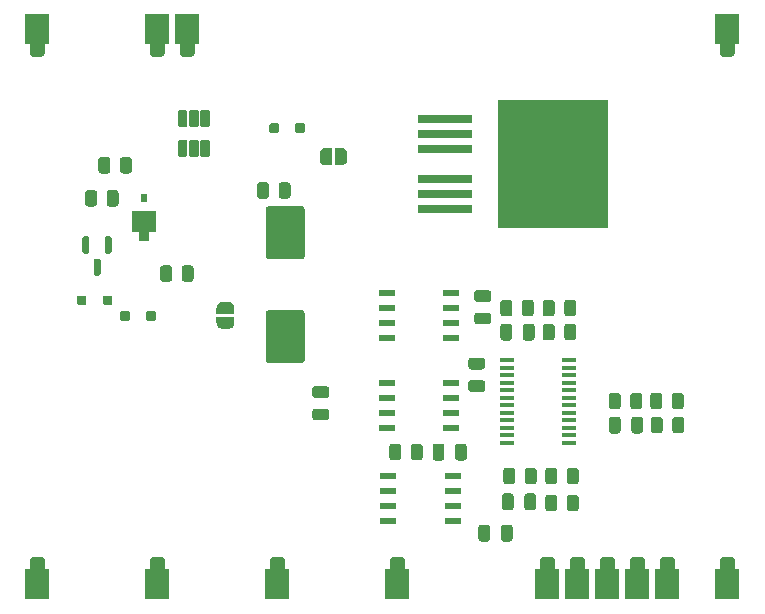
<source format=gbs>
G04 #@! TF.GenerationSoftware,KiCad,Pcbnew,9.0.1+1*
G04 #@! TF.CreationDate,2025-11-11T08:29:31+00:00*
G04 #@! TF.ProjectId,input-power-selector,696e7075-742d-4706-9f77-65722d73656c,rev?*
G04 #@! TF.SameCoordinates,Original*
G04 #@! TF.FileFunction,Soldermask,Bot*
G04 #@! TF.FilePolarity,Negative*
%FSLAX46Y46*%
G04 Gerber Fmt 4.6, Leading zero omitted, Abs format (unit mm)*
G04 Created by KiCad (PCBNEW 9.0.1+1) date 2025-11-11 08:29:31*
%MOMM*%
%LPD*%
G01*
G04 APERTURE LIST*
%ADD10C,0.000000*%
%ADD11R,2.000000X2.540000*%
%ADD12R,1.460500X0.558800*%
%ADD13R,1.200000X0.400000*%
%ADD14R,4.600000X0.800000*%
%ADD15R,9.400000X10.800000*%
%ADD16R,0.842900X0.736600*%
%ADD17R,2.032000X1.778000*%
%ADD18R,0.533400X0.685800*%
G04 APERTURE END LIST*
D10*
G36*
X33047700Y-35825200D02*
G01*
X32450800Y-35825200D01*
X32450800Y-36561800D01*
X31612600Y-36561800D01*
X31612600Y-35825200D01*
X31015700Y-35825200D01*
X31015700Y-34047200D01*
X33047700Y-34047200D01*
X33047700Y-35825200D01*
G37*
D11*
X23006300Y-65617000D03*
G36*
G01*
X22631300Y-63292000D02*
X23381300Y-63292000D01*
G75*
G02*
X23631300Y-63542000I0J-250000D01*
G01*
X23631300Y-64292000D01*
G75*
G02*
X23381300Y-64542000I-250000J0D01*
G01*
X22631300Y-64542000D01*
G75*
G02*
X22381300Y-64292000I0J250000D01*
G01*
X22381300Y-63542000D01*
G75*
G02*
X22631300Y-63292000I250000J0D01*
G01*
G37*
X33166300Y-65617000D03*
G36*
G01*
X32791300Y-63292000D02*
X33541300Y-63292000D01*
G75*
G02*
X33791300Y-63542000I0J-250000D01*
G01*
X33791300Y-64292000D01*
G75*
G02*
X33541300Y-64542000I-250000J0D01*
G01*
X32791300Y-64542000D01*
G75*
G02*
X32541300Y-64292000I0J250000D01*
G01*
X32541300Y-63542000D01*
G75*
G02*
X32791300Y-63292000I250000J0D01*
G01*
G37*
X43326300Y-65617000D03*
G36*
G01*
X42951300Y-63292000D02*
X43701300Y-63292000D01*
G75*
G02*
X43951300Y-63542000I0J-250000D01*
G01*
X43951300Y-64292000D01*
G75*
G02*
X43701300Y-64542000I-250000J0D01*
G01*
X42951300Y-64542000D01*
G75*
G02*
X42701300Y-64292000I0J250000D01*
G01*
X42701300Y-63542000D01*
G75*
G02*
X42951300Y-63292000I250000J0D01*
G01*
G37*
X53486300Y-65617000D03*
G36*
G01*
X53111300Y-63292000D02*
X53861300Y-63292000D01*
G75*
G02*
X54111300Y-63542000I0J-250000D01*
G01*
X54111300Y-64292000D01*
G75*
G02*
X53861300Y-64542000I-250000J0D01*
G01*
X53111300Y-64542000D01*
G75*
G02*
X52861300Y-64292000I0J250000D01*
G01*
X52861300Y-63542000D01*
G75*
G02*
X53111300Y-63292000I250000J0D01*
G01*
G37*
X66186300Y-65617000D03*
G36*
G01*
X65811300Y-63292000D02*
X66561300Y-63292000D01*
G75*
G02*
X66811300Y-63542000I0J-250000D01*
G01*
X66811300Y-64292000D01*
G75*
G02*
X66561300Y-64542000I-250000J0D01*
G01*
X65811300Y-64542000D01*
G75*
G02*
X65561300Y-64292000I0J250000D01*
G01*
X65561300Y-63542000D01*
G75*
G02*
X65811300Y-63292000I250000J0D01*
G01*
G37*
X68726300Y-65617000D03*
G36*
G01*
X68351300Y-63292000D02*
X69101300Y-63292000D01*
G75*
G02*
X69351300Y-63542000I0J-250000D01*
G01*
X69351300Y-64292000D01*
G75*
G02*
X69101300Y-64542000I-250000J0D01*
G01*
X68351300Y-64542000D01*
G75*
G02*
X68101300Y-64292000I0J250000D01*
G01*
X68101300Y-63542000D01*
G75*
G02*
X68351300Y-63292000I250000J0D01*
G01*
G37*
X71266300Y-65617000D03*
G36*
G01*
X70891300Y-63292000D02*
X71641300Y-63292000D01*
G75*
G02*
X71891300Y-63542000I0J-250000D01*
G01*
X71891300Y-64292000D01*
G75*
G02*
X71641300Y-64542000I-250000J0D01*
G01*
X70891300Y-64542000D01*
G75*
G02*
X70641300Y-64292000I0J250000D01*
G01*
X70641300Y-63542000D01*
G75*
G02*
X70891300Y-63292000I250000J0D01*
G01*
G37*
X73806300Y-65617000D03*
G36*
G01*
X73431300Y-63292000D02*
X74181300Y-63292000D01*
G75*
G02*
X74431300Y-63542000I0J-250000D01*
G01*
X74431300Y-64292000D01*
G75*
G02*
X74181300Y-64542000I-250000J0D01*
G01*
X73431300Y-64542000D01*
G75*
G02*
X73181300Y-64292000I0J250000D01*
G01*
X73181300Y-63542000D01*
G75*
G02*
X73431300Y-63292000I250000J0D01*
G01*
G37*
X76346300Y-65617000D03*
G36*
G01*
X75971300Y-63292000D02*
X76721300Y-63292000D01*
G75*
G02*
X76971300Y-63542000I0J-250000D01*
G01*
X76971300Y-64292000D01*
G75*
G02*
X76721300Y-64542000I-250000J0D01*
G01*
X75971300Y-64542000D01*
G75*
G02*
X75721300Y-64292000I0J250000D01*
G01*
X75721300Y-63542000D01*
G75*
G02*
X75971300Y-63292000I250000J0D01*
G01*
G37*
X81426300Y-65617000D03*
G36*
G01*
X81051300Y-63292000D02*
X81801300Y-63292000D01*
G75*
G02*
X82051300Y-63542000I0J-250000D01*
G01*
X82051300Y-64292000D01*
G75*
G02*
X81801300Y-64542000I-250000J0D01*
G01*
X81051300Y-64542000D01*
G75*
G02*
X80801300Y-64292000I0J250000D01*
G01*
X80801300Y-63542000D01*
G75*
G02*
X81051300Y-63292000I250000J0D01*
G01*
G37*
G36*
G01*
X22631300Y-19692000D02*
X23381300Y-19692000D01*
G75*
G02*
X23631300Y-19942000I0J-250000D01*
G01*
X23631300Y-20692000D01*
G75*
G02*
X23381300Y-20942000I-250000J0D01*
G01*
X22631300Y-20942000D01*
G75*
G02*
X22381300Y-20692000I0J250000D01*
G01*
X22381300Y-19942000D01*
G75*
G02*
X22631300Y-19692000I250000J0D01*
G01*
G37*
X23006300Y-18617000D03*
G36*
G01*
X32791300Y-19692000D02*
X33541300Y-19692000D01*
G75*
G02*
X33791300Y-19942000I0J-250000D01*
G01*
X33791300Y-20692000D01*
G75*
G02*
X33541300Y-20942000I-250000J0D01*
G01*
X32791300Y-20942000D01*
G75*
G02*
X32541300Y-20692000I0J250000D01*
G01*
X32541300Y-19942000D01*
G75*
G02*
X32791300Y-19692000I250000J0D01*
G01*
G37*
X33166300Y-18617000D03*
G36*
G01*
X35331300Y-19692000D02*
X36081300Y-19692000D01*
G75*
G02*
X36331300Y-19942000I0J-250000D01*
G01*
X36331300Y-20692000D01*
G75*
G02*
X36081300Y-20942000I-250000J0D01*
G01*
X35331300Y-20942000D01*
G75*
G02*
X35081300Y-20692000I0J250000D01*
G01*
X35081300Y-19942000D01*
G75*
G02*
X35331300Y-19692000I250000J0D01*
G01*
G37*
X35706300Y-18617000D03*
G36*
G01*
X81051300Y-19692000D02*
X81801300Y-19692000D01*
G75*
G02*
X82051300Y-19942000I0J-250000D01*
G01*
X82051300Y-20692000D01*
G75*
G02*
X81801300Y-20942000I-250000J0D01*
G01*
X81051300Y-20942000D01*
G75*
G02*
X80801300Y-20692000I0J250000D01*
G01*
X80801300Y-19942000D01*
G75*
G02*
X81051300Y-19692000I250000J0D01*
G01*
G37*
X81426300Y-18617000D03*
G36*
X39665100Y-42985600D02*
G01*
X39665100Y-43485600D01*
X39660822Y-43485600D01*
X39660822Y-43550863D01*
X39627040Y-43676942D01*
X39561777Y-43789981D01*
X39469481Y-43882277D01*
X39356442Y-43947540D01*
X39230363Y-43981322D01*
X39165100Y-43981322D01*
X39165100Y-43985600D01*
X38665100Y-43985600D01*
X38665100Y-43981322D01*
X38599837Y-43981322D01*
X38473758Y-43947540D01*
X38360719Y-43882277D01*
X38268423Y-43789981D01*
X38203160Y-43676942D01*
X38169378Y-43550863D01*
X38169378Y-43485600D01*
X38165100Y-43485600D01*
X38165100Y-42985600D01*
X39665100Y-42985600D01*
G37*
G36*
X38169378Y-42185600D02*
G01*
X38169378Y-42120337D01*
X38203160Y-41994258D01*
X38268423Y-41881219D01*
X38360719Y-41788923D01*
X38473758Y-41723660D01*
X38599837Y-41689878D01*
X38665100Y-41689878D01*
X38665100Y-41685600D01*
X39165100Y-41685600D01*
X39165100Y-41689878D01*
X39230363Y-41689878D01*
X39356442Y-41723660D01*
X39469481Y-41788923D01*
X39561777Y-41881219D01*
X39627040Y-41994258D01*
X39660822Y-42120337D01*
X39660822Y-42185600D01*
X39665100Y-42185600D01*
X39665100Y-42685600D01*
X38165100Y-42685600D01*
X38165100Y-42185600D01*
X38169378Y-42185600D01*
G37*
G36*
G01*
X65990800Y-59186000D02*
X65990800Y-58286000D01*
G75*
G02*
X66240800Y-58036000I250000J0D01*
G01*
X66765800Y-58036000D01*
G75*
G02*
X67015800Y-58286000I0J-250000D01*
G01*
X67015800Y-59186000D01*
G75*
G02*
X66765800Y-59436000I-250000J0D01*
G01*
X66240800Y-59436000D01*
G75*
G02*
X65990800Y-59186000I0J250000D01*
G01*
G37*
G36*
G01*
X67815800Y-59186000D02*
X67815800Y-58286000D01*
G75*
G02*
X68065800Y-58036000I250000J0D01*
G01*
X68590800Y-58036000D01*
G75*
G02*
X68840800Y-58286000I0J-250000D01*
G01*
X68840800Y-59186000D01*
G75*
G02*
X68590800Y-59436000I-250000J0D01*
G01*
X68065800Y-59436000D01*
G75*
G02*
X67815800Y-59186000I0J250000D01*
G01*
G37*
G36*
G01*
X28158500Y-30585600D02*
X28158500Y-29685600D01*
G75*
G02*
X28408500Y-29435600I250000J0D01*
G01*
X28933500Y-29435600D01*
G75*
G02*
X29183500Y-29685600I0J-250000D01*
G01*
X29183500Y-30585600D01*
G75*
G02*
X28933500Y-30835600I-250000J0D01*
G01*
X28408500Y-30835600D01*
G75*
G02*
X28158500Y-30585600I0J250000D01*
G01*
G37*
G36*
G01*
X29983500Y-30585600D02*
X29983500Y-29685600D01*
G75*
G02*
X30233500Y-29435600I250000J0D01*
G01*
X30758500Y-29435600D01*
G75*
G02*
X31008500Y-29685600I0J-250000D01*
G01*
X31008500Y-30585600D01*
G75*
G02*
X30758500Y-30835600I-250000J0D01*
G01*
X30233500Y-30835600D01*
G75*
G02*
X29983500Y-30585600I0J250000D01*
G01*
G37*
G36*
G01*
X45385300Y-46891000D02*
X42585300Y-46891000D01*
G75*
G02*
X42335300Y-46641000I0J250000D01*
G01*
X42335300Y-42641000D01*
G75*
G02*
X42585300Y-42391000I250000J0D01*
G01*
X45385300Y-42391000D01*
G75*
G02*
X45635300Y-42641000I0J-250000D01*
G01*
X45635300Y-46641000D01*
G75*
G02*
X45385300Y-46891000I-250000J0D01*
G01*
G37*
G36*
G01*
X42585300Y-33591000D02*
X45385300Y-33591000D01*
G75*
G02*
X45635300Y-33841000I0J-250000D01*
G01*
X45635300Y-37841000D01*
G75*
G02*
X45385300Y-38091000I-250000J0D01*
G01*
X42585300Y-38091000D01*
G75*
G02*
X42335300Y-37841000I0J250000D01*
G01*
X42335300Y-33841000D01*
G75*
G02*
X42585300Y-33591000I250000J0D01*
G01*
G37*
G36*
G01*
X65780400Y-42676000D02*
X65780400Y-41776000D01*
G75*
G02*
X66030400Y-41526000I250000J0D01*
G01*
X66555400Y-41526000D01*
G75*
G02*
X66805400Y-41776000I0J-250000D01*
G01*
X66805400Y-42676000D01*
G75*
G02*
X66555400Y-42926000I-250000J0D01*
G01*
X66030400Y-42926000D01*
G75*
G02*
X65780400Y-42676000I0J250000D01*
G01*
G37*
G36*
G01*
X67605400Y-42676000D02*
X67605400Y-41776000D01*
G75*
G02*
X67855400Y-41526000I250000J0D01*
G01*
X68380400Y-41526000D01*
G75*
G02*
X68630400Y-41776000I0J-250000D01*
G01*
X68630400Y-42676000D01*
G75*
G02*
X68380400Y-42926000I-250000J0D01*
G01*
X67855400Y-42926000D01*
G75*
G02*
X67605400Y-42676000I0J250000D01*
G01*
G37*
D12*
X58168300Y-56450000D03*
X58168300Y-57720000D03*
X58168300Y-58990000D03*
X58168300Y-60260000D03*
X52720000Y-60260000D03*
X52720000Y-58990000D03*
X52720000Y-57720000D03*
X52720000Y-56450000D03*
G36*
G01*
X60675300Y-49330000D02*
X59725300Y-49330000D01*
G75*
G02*
X59475300Y-49080000I0J250000D01*
G01*
X59475300Y-48580000D01*
G75*
G02*
X59725300Y-48330000I250000J0D01*
G01*
X60675300Y-48330000D01*
G75*
G02*
X60925300Y-48580000I0J-250000D01*
G01*
X60925300Y-49080000D01*
G75*
G02*
X60675300Y-49330000I-250000J0D01*
G01*
G37*
G36*
G01*
X60675300Y-47430000D02*
X59725300Y-47430000D01*
G75*
G02*
X59475300Y-47180000I0J250000D01*
G01*
X59475300Y-46680000D01*
G75*
G02*
X59725300Y-46430000I250000J0D01*
G01*
X60675300Y-46430000D01*
G75*
G02*
X60925300Y-46680000I0J-250000D01*
G01*
X60925300Y-47180000D01*
G75*
G02*
X60675300Y-47430000I-250000J0D01*
G01*
G37*
G36*
G01*
X27150500Y-41265600D02*
X27150500Y-41865600D01*
G75*
G02*
X27048500Y-41967600I-102000J0D01*
G01*
X26448500Y-41967600D01*
G75*
G02*
X26346500Y-41865600I0J102000D01*
G01*
X26346500Y-41265600D01*
G75*
G02*
X26448500Y-41163600I102000J0D01*
G01*
X27048500Y-41163600D01*
G75*
G02*
X27150500Y-41265600I0J-102000D01*
G01*
G37*
G36*
G01*
X29350500Y-41265600D02*
X29350500Y-41865600D01*
G75*
G02*
X29248500Y-41967600I-102000J0D01*
G01*
X28648500Y-41967600D01*
G75*
G02*
X28546500Y-41865600I0J102000D01*
G01*
X28546500Y-41265600D01*
G75*
G02*
X28648500Y-41163600I102000J0D01*
G01*
X29248500Y-41163600D01*
G75*
G02*
X29350500Y-41265600I0J-102000D01*
G01*
G37*
G36*
G01*
X74880800Y-50550000D02*
X74880800Y-49650000D01*
G75*
G02*
X75130800Y-49400000I250000J0D01*
G01*
X75655800Y-49400000D01*
G75*
G02*
X75905800Y-49650000I0J-250000D01*
G01*
X75905800Y-50550000D01*
G75*
G02*
X75655800Y-50800000I-250000J0D01*
G01*
X75130800Y-50800000D01*
G75*
G02*
X74880800Y-50550000I0J250000D01*
G01*
G37*
G36*
G01*
X76705800Y-50550000D02*
X76705800Y-49650000D01*
G75*
G02*
X76955800Y-49400000I250000J0D01*
G01*
X77480800Y-49400000D01*
G75*
G02*
X77730800Y-49650000I0J-250000D01*
G01*
X77730800Y-50550000D01*
G75*
G02*
X77480800Y-50800000I-250000J0D01*
G01*
X76955800Y-50800000D01*
G75*
G02*
X76705800Y-50550000I0J250000D01*
G01*
G37*
G36*
G01*
X65780400Y-44708000D02*
X65780400Y-43808000D01*
G75*
G02*
X66030400Y-43558000I250000J0D01*
G01*
X66555400Y-43558000D01*
G75*
G02*
X66805400Y-43808000I0J-250000D01*
G01*
X66805400Y-44708000D01*
G75*
G02*
X66555400Y-44958000I-250000J0D01*
G01*
X66030400Y-44958000D01*
G75*
G02*
X65780400Y-44708000I0J250000D01*
G01*
G37*
G36*
G01*
X67605400Y-44708000D02*
X67605400Y-43808000D01*
G75*
G02*
X67855400Y-43558000I250000J0D01*
G01*
X68380400Y-43558000D01*
G75*
G02*
X68630400Y-43808000I0J-250000D01*
G01*
X68630400Y-44708000D01*
G75*
G02*
X68380400Y-44958000I-250000J0D01*
G01*
X67855400Y-44958000D01*
G75*
G02*
X67605400Y-44708000I0J250000D01*
G01*
G37*
G36*
G01*
X74284300Y-51657000D02*
X74284300Y-52607000D01*
G75*
G02*
X74034300Y-52857000I-250000J0D01*
G01*
X73534300Y-52857000D01*
G75*
G02*
X73284300Y-52607000I0J250000D01*
G01*
X73284300Y-51657000D01*
G75*
G02*
X73534300Y-51407000I250000J0D01*
G01*
X74034300Y-51407000D01*
G75*
G02*
X74284300Y-51657000I0J-250000D01*
G01*
G37*
G36*
G01*
X72384300Y-51657000D02*
X72384300Y-52607000D01*
G75*
G02*
X72134300Y-52857000I-250000J0D01*
G01*
X71634300Y-52857000D01*
G75*
G02*
X71384300Y-52607000I0J250000D01*
G01*
X71384300Y-51657000D01*
G75*
G02*
X71634300Y-51407000I250000J0D01*
G01*
X72134300Y-51407000D01*
G75*
G02*
X72384300Y-51657000I0J-250000D01*
G01*
G37*
G36*
G01*
X27039000Y-33379600D02*
X27039000Y-32479600D01*
G75*
G02*
X27289000Y-32229600I250000J0D01*
G01*
X27814000Y-32229600D01*
G75*
G02*
X28064000Y-32479600I0J-250000D01*
G01*
X28064000Y-33379600D01*
G75*
G02*
X27814000Y-33629600I-250000J0D01*
G01*
X27289000Y-33629600D01*
G75*
G02*
X27039000Y-33379600I0J250000D01*
G01*
G37*
G36*
G01*
X28864000Y-33379600D02*
X28864000Y-32479600D01*
G75*
G02*
X29114000Y-32229600I250000J0D01*
G01*
X29639000Y-32229600D01*
G75*
G02*
X29889000Y-32479600I0J-250000D01*
G01*
X29889000Y-33379600D01*
G75*
G02*
X29639000Y-33629600I-250000J0D01*
G01*
X29114000Y-33629600D01*
G75*
G02*
X28864000Y-33379600I0J250000D01*
G01*
G37*
G36*
G01*
X62434800Y-56900000D02*
X62434800Y-56000000D01*
G75*
G02*
X62684800Y-55750000I250000J0D01*
G01*
X63209800Y-55750000D01*
G75*
G02*
X63459800Y-56000000I0J-250000D01*
G01*
X63459800Y-56900000D01*
G75*
G02*
X63209800Y-57150000I-250000J0D01*
G01*
X62684800Y-57150000D01*
G75*
G02*
X62434800Y-56900000I0J250000D01*
G01*
G37*
G36*
G01*
X64259800Y-56900000D02*
X64259800Y-56000000D01*
G75*
G02*
X64509800Y-55750000I250000J0D01*
G01*
X65034800Y-55750000D01*
G75*
G02*
X65284800Y-56000000I0J-250000D01*
G01*
X65284800Y-56900000D01*
G75*
G02*
X65034800Y-57150000I-250000J0D01*
G01*
X64509800Y-57150000D01*
G75*
G02*
X64259800Y-56900000I0J250000D01*
G01*
G37*
G36*
G01*
X65990800Y-56900000D02*
X65990800Y-56000000D01*
G75*
G02*
X66240800Y-55750000I250000J0D01*
G01*
X66765800Y-55750000D01*
G75*
G02*
X67015800Y-56000000I0J-250000D01*
G01*
X67015800Y-56900000D01*
G75*
G02*
X66765800Y-57150000I-250000J0D01*
G01*
X66240800Y-57150000D01*
G75*
G02*
X65990800Y-56900000I0J250000D01*
G01*
G37*
G36*
G01*
X67815800Y-56900000D02*
X67815800Y-56000000D01*
G75*
G02*
X68065800Y-55750000I250000J0D01*
G01*
X68590800Y-55750000D01*
G75*
G02*
X68840800Y-56000000I0J-250000D01*
G01*
X68840800Y-56900000D01*
G75*
G02*
X68590800Y-57150000I-250000J0D01*
G01*
X68065800Y-57150000D01*
G75*
G02*
X67815800Y-56900000I0J250000D01*
G01*
G37*
G36*
G01*
X56464300Y-54893000D02*
X56464300Y-53943000D01*
G75*
G02*
X56714300Y-53693000I250000J0D01*
G01*
X57214300Y-53693000D01*
G75*
G02*
X57464300Y-53943000I0J-250000D01*
G01*
X57464300Y-54893000D01*
G75*
G02*
X57214300Y-55143000I-250000J0D01*
G01*
X56714300Y-55143000D01*
G75*
G02*
X56464300Y-54893000I0J250000D01*
G01*
G37*
G36*
G01*
X58364300Y-54893000D02*
X58364300Y-53943000D01*
G75*
G02*
X58614300Y-53693000I250000J0D01*
G01*
X59114300Y-53693000D01*
G75*
G02*
X59364300Y-53943000I0J-250000D01*
G01*
X59364300Y-54893000D01*
G75*
G02*
X59114300Y-55143000I-250000J0D01*
G01*
X58614300Y-55143000D01*
G75*
G02*
X58364300Y-54893000I0J250000D01*
G01*
G37*
G36*
G01*
X71371800Y-50550000D02*
X71371800Y-49650000D01*
G75*
G02*
X71621800Y-49400000I250000J0D01*
G01*
X72146800Y-49400000D01*
G75*
G02*
X72396800Y-49650000I0J-250000D01*
G01*
X72396800Y-50550000D01*
G75*
G02*
X72146800Y-50800000I-250000J0D01*
G01*
X71621800Y-50800000D01*
G75*
G02*
X71371800Y-50550000I0J250000D01*
G01*
G37*
G36*
G01*
X73196800Y-50550000D02*
X73196800Y-49650000D01*
G75*
G02*
X73446800Y-49400000I250000J0D01*
G01*
X73971800Y-49400000D01*
G75*
G02*
X74221800Y-49650000I0J-250000D01*
G01*
X74221800Y-50550000D01*
G75*
G02*
X73971800Y-50800000I-250000J0D01*
G01*
X73446800Y-50800000D01*
G75*
G02*
X73196800Y-50550000I0J250000D01*
G01*
G37*
G36*
G01*
X44449800Y-31821000D02*
X44449800Y-32721000D01*
G75*
G02*
X44199800Y-32971000I-250000J0D01*
G01*
X43674800Y-32971000D01*
G75*
G02*
X43424800Y-32721000I0J250000D01*
G01*
X43424800Y-31821000D01*
G75*
G02*
X43674800Y-31571000I250000J0D01*
G01*
X44199800Y-31571000D01*
G75*
G02*
X44449800Y-31821000I0J-250000D01*
G01*
G37*
G36*
G01*
X42624800Y-31821000D02*
X42624800Y-32721000D01*
G75*
G02*
X42374800Y-32971000I-250000J0D01*
G01*
X41849800Y-32971000D01*
G75*
G02*
X41599800Y-32721000I0J250000D01*
G01*
X41599800Y-31821000D01*
G75*
G02*
X41849800Y-31571000I250000J0D01*
G01*
X42374800Y-31571000D01*
G75*
G02*
X42624800Y-31821000I0J-250000D01*
G01*
G37*
G36*
G01*
X35003250Y-25483999D02*
X35598750Y-25483999D01*
G75*
G02*
X35698000Y-25583249I0J-99250D01*
G01*
X35698000Y-26798749D01*
G75*
G02*
X35598750Y-26897999I-99250J0D01*
G01*
X35003250Y-26897999D01*
G75*
G02*
X34904000Y-26798749I0J99250D01*
G01*
X34904000Y-25583249D01*
G75*
G02*
X35003250Y-25483999I99250J0D01*
G01*
G37*
G36*
G01*
X35953250Y-25483999D02*
X36548750Y-25483999D01*
G75*
G02*
X36648000Y-25583249I0J-99250D01*
G01*
X36648000Y-26798749D01*
G75*
G02*
X36548750Y-26897999I-99250J0D01*
G01*
X35953250Y-26897999D01*
G75*
G02*
X35854000Y-26798749I0J99250D01*
G01*
X35854000Y-25583249D01*
G75*
G02*
X35953250Y-25483999I99250J0D01*
G01*
G37*
G36*
G01*
X36903250Y-25483999D02*
X37498750Y-25483999D01*
G75*
G02*
X37598000Y-25583249I0J-99250D01*
G01*
X37598000Y-26798749D01*
G75*
G02*
X37498750Y-26897999I-99250J0D01*
G01*
X36903250Y-26897999D01*
G75*
G02*
X36804000Y-26798749I0J99250D01*
G01*
X36804000Y-25583249D01*
G75*
G02*
X36903250Y-25483999I99250J0D01*
G01*
G37*
G36*
G01*
X36903250Y-27993999D02*
X37498750Y-27993999D01*
G75*
G02*
X37598000Y-28093249I0J-99250D01*
G01*
X37598000Y-29308749D01*
G75*
G02*
X37498750Y-29407999I-99250J0D01*
G01*
X36903250Y-29407999D01*
G75*
G02*
X36804000Y-29308749I0J99250D01*
G01*
X36804000Y-28093249D01*
G75*
G02*
X36903250Y-27993999I99250J0D01*
G01*
G37*
G36*
G01*
X35953250Y-27993999D02*
X36548750Y-27993999D01*
G75*
G02*
X36648000Y-28093249I0J-99250D01*
G01*
X36648000Y-29308749D01*
G75*
G02*
X36548750Y-29407999I-99250J0D01*
G01*
X35953250Y-29407999D01*
G75*
G02*
X35854000Y-29308749I0J99250D01*
G01*
X35854000Y-28093249D01*
G75*
G02*
X35953250Y-27993999I99250J0D01*
G01*
G37*
G36*
G01*
X35003250Y-27993999D02*
X35598750Y-27993999D01*
G75*
G02*
X35698000Y-28093249I0J-99250D01*
G01*
X35698000Y-29308749D01*
G75*
G02*
X35598750Y-29407999I-99250J0D01*
G01*
X35003250Y-29407999D01*
G75*
G02*
X34904000Y-29308749I0J99250D01*
G01*
X34904000Y-28093249D01*
G75*
G02*
X35003250Y-27993999I99250J0D01*
G01*
G37*
G36*
X48214300Y-28649000D02*
G01*
X48714300Y-28649000D01*
X48714300Y-28653278D01*
X48779563Y-28653278D01*
X48905642Y-28687060D01*
X49018681Y-28752323D01*
X49110977Y-28844619D01*
X49176240Y-28957658D01*
X49210022Y-29083737D01*
X49210022Y-29149000D01*
X49214300Y-29149000D01*
X49214300Y-29649000D01*
X49210022Y-29649000D01*
X49210022Y-29714263D01*
X49176240Y-29840342D01*
X49110977Y-29953381D01*
X49018681Y-30045677D01*
X48905642Y-30110940D01*
X48779563Y-30144722D01*
X48714300Y-30144722D01*
X48714300Y-30149000D01*
X48214300Y-30149000D01*
X48214300Y-28649000D01*
G37*
G36*
X47414300Y-30144722D02*
G01*
X47349037Y-30144722D01*
X47222958Y-30110940D01*
X47109919Y-30045677D01*
X47017623Y-29953381D01*
X46952360Y-29840342D01*
X46918578Y-29714263D01*
X46918578Y-29649000D01*
X46914300Y-29649000D01*
X46914300Y-29149000D01*
X46918578Y-29149000D01*
X46918578Y-29083737D01*
X46952360Y-28957658D01*
X47017623Y-28844619D01*
X47109919Y-28752323D01*
X47222958Y-28687060D01*
X47349037Y-28653278D01*
X47414300Y-28653278D01*
X47414300Y-28649000D01*
X47914300Y-28649000D01*
X47914300Y-30149000D01*
X47414300Y-30149000D01*
X47414300Y-30144722D01*
G37*
D13*
X67972700Y-46645600D03*
X67972700Y-47280600D03*
X67972700Y-47915600D03*
X67972700Y-48550600D03*
X67972700Y-49185600D03*
X67972700Y-49820600D03*
X67972700Y-50455600D03*
X67972700Y-51090600D03*
X67972700Y-51725600D03*
X67972700Y-52360600D03*
X67972700Y-52995600D03*
X67972700Y-53630600D03*
X62772700Y-53630600D03*
X62772700Y-52995600D03*
X62772700Y-52360600D03*
X62772700Y-51725600D03*
X62772700Y-51090600D03*
X62772700Y-50455600D03*
X62772700Y-49820600D03*
X62772700Y-49185600D03*
X62772700Y-48550600D03*
X62772700Y-47915600D03*
X62772700Y-47280600D03*
X62772700Y-46645600D03*
G36*
G01*
X62197100Y-42676000D02*
X62197100Y-41776000D01*
G75*
G02*
X62447100Y-41526000I250000J0D01*
G01*
X62972100Y-41526000D01*
G75*
G02*
X63222100Y-41776000I0J-250000D01*
G01*
X63222100Y-42676000D01*
G75*
G02*
X62972100Y-42926000I-250000J0D01*
G01*
X62447100Y-42926000D01*
G75*
G02*
X62197100Y-42676000I0J250000D01*
G01*
G37*
G36*
G01*
X64022100Y-42676000D02*
X64022100Y-41776000D01*
G75*
G02*
X64272100Y-41526000I250000J0D01*
G01*
X64797100Y-41526000D01*
G75*
G02*
X65047100Y-41776000I0J-250000D01*
G01*
X65047100Y-42676000D01*
G75*
G02*
X64797100Y-42926000I-250000J0D01*
G01*
X64272100Y-42926000D01*
G75*
G02*
X64022100Y-42676000I0J250000D01*
G01*
G37*
G36*
G01*
X43457300Y-26686000D02*
X43457300Y-27286000D01*
G75*
G02*
X43355300Y-27388000I-102000J0D01*
G01*
X42755300Y-27388000D01*
G75*
G02*
X42653300Y-27286000I0J102000D01*
G01*
X42653300Y-26686000D01*
G75*
G02*
X42755300Y-26584000I102000J0D01*
G01*
X43355300Y-26584000D01*
G75*
G02*
X43457300Y-26686000I0J-102000D01*
G01*
G37*
G36*
G01*
X45657300Y-26686000D02*
X45657300Y-27286000D01*
G75*
G02*
X45555300Y-27388000I-102000J0D01*
G01*
X44955300Y-27388000D01*
G75*
G02*
X44853300Y-27286000I0J102000D01*
G01*
X44853300Y-26686000D01*
G75*
G02*
X44955300Y-26584000I102000J0D01*
G01*
X45555300Y-26584000D01*
G75*
G02*
X45657300Y-26686000I0J-102000D01*
G01*
G37*
G36*
G01*
X55632800Y-53968000D02*
X55632800Y-54868000D01*
G75*
G02*
X55382800Y-55118000I-250000J0D01*
G01*
X54857800Y-55118000D01*
G75*
G02*
X54607800Y-54868000I0J250000D01*
G01*
X54607800Y-53968000D01*
G75*
G02*
X54857800Y-53718000I250000J0D01*
G01*
X55382800Y-53718000D01*
G75*
G02*
X55632800Y-53968000I0J-250000D01*
G01*
G37*
G36*
G01*
X53807800Y-53968000D02*
X53807800Y-54868000D01*
G75*
G02*
X53557800Y-55118000I-250000J0D01*
G01*
X53032800Y-55118000D01*
G75*
G02*
X52782800Y-54868000I0J250000D01*
G01*
X52782800Y-53968000D01*
G75*
G02*
X53032800Y-53718000I250000J0D01*
G01*
X53557800Y-53718000D01*
G75*
G02*
X53807800Y-53968000I0J-250000D01*
G01*
G37*
G36*
G01*
X26959500Y-36159100D02*
X27259500Y-36159100D01*
G75*
G02*
X27409500Y-36309100I0J-150000D01*
G01*
X27409500Y-37484100D01*
G75*
G02*
X27259500Y-37634100I-150000J0D01*
G01*
X26959500Y-37634100D01*
G75*
G02*
X26809500Y-37484100I0J150000D01*
G01*
X26809500Y-36309100D01*
G75*
G02*
X26959500Y-36159100I150000J0D01*
G01*
G37*
G36*
G01*
X28859500Y-36159100D02*
X29159500Y-36159100D01*
G75*
G02*
X29309500Y-36309100I0J-150000D01*
G01*
X29309500Y-37484100D01*
G75*
G02*
X29159500Y-37634100I-150000J0D01*
G01*
X28859500Y-37634100D01*
G75*
G02*
X28709500Y-37484100I0J150000D01*
G01*
X28709500Y-36309100D01*
G75*
G02*
X28859500Y-36159100I150000J0D01*
G01*
G37*
G36*
G01*
X27909500Y-38034100D02*
X28209500Y-38034100D01*
G75*
G02*
X28359500Y-38184100I0J-150000D01*
G01*
X28359500Y-39359100D01*
G75*
G02*
X28209500Y-39509100I-150000J0D01*
G01*
X27909500Y-39509100D01*
G75*
G02*
X27759500Y-39359100I0J150000D01*
G01*
X27759500Y-38184100D01*
G75*
G02*
X27909500Y-38034100I150000J0D01*
G01*
G37*
D12*
X58028600Y-48576000D03*
X58028600Y-49846000D03*
X58028600Y-51116000D03*
X58028600Y-52386000D03*
X52580300Y-52386000D03*
X52580300Y-51116000D03*
X52580300Y-49846000D03*
X52580300Y-48576000D03*
G36*
G01*
X30817900Y-42611800D02*
X30817900Y-43211800D01*
G75*
G02*
X30715900Y-43313800I-102000J0D01*
G01*
X30115900Y-43313800D01*
G75*
G02*
X30013900Y-43211800I0J102000D01*
G01*
X30013900Y-42611800D01*
G75*
G02*
X30115900Y-42509800I102000J0D01*
G01*
X30715900Y-42509800D01*
G75*
G02*
X30817900Y-42611800I0J-102000D01*
G01*
G37*
G36*
G01*
X33017900Y-42611800D02*
X33017900Y-43211800D01*
G75*
G02*
X32915900Y-43313800I-102000J0D01*
G01*
X32315900Y-43313800D01*
G75*
G02*
X32213900Y-43211800I0J102000D01*
G01*
X32213900Y-42611800D01*
G75*
G02*
X32315900Y-42509800I102000J0D01*
G01*
X32915900Y-42509800D01*
G75*
G02*
X33017900Y-42611800I0J-102000D01*
G01*
G37*
G36*
G01*
X74927800Y-52582000D02*
X74927800Y-51682000D01*
G75*
G02*
X75177800Y-51432000I250000J0D01*
G01*
X75702800Y-51432000D01*
G75*
G02*
X75952800Y-51682000I0J-250000D01*
G01*
X75952800Y-52582000D01*
G75*
G02*
X75702800Y-52832000I-250000J0D01*
G01*
X75177800Y-52832000D01*
G75*
G02*
X74927800Y-52582000I0J250000D01*
G01*
G37*
G36*
G01*
X76752800Y-52582000D02*
X76752800Y-51682000D01*
G75*
G02*
X77002800Y-51432000I250000J0D01*
G01*
X77527800Y-51432000D01*
G75*
G02*
X77777800Y-51682000I0J-250000D01*
G01*
X77777800Y-52582000D01*
G75*
G02*
X77527800Y-52832000I-250000J0D01*
G01*
X77002800Y-52832000D01*
G75*
G02*
X76752800Y-52582000I0J250000D01*
G01*
G37*
D14*
X57473300Y-33844000D03*
X57473300Y-32574000D03*
X57473300Y-31304000D03*
D15*
X66623300Y-30034000D03*
D14*
X57473300Y-28764000D03*
X57473300Y-27494000D03*
X57473300Y-26224000D03*
G36*
G01*
X61183300Y-43610000D02*
X60233300Y-43610000D01*
G75*
G02*
X59983300Y-43360000I0J250000D01*
G01*
X59983300Y-42860000D01*
G75*
G02*
X60233300Y-42610000I250000J0D01*
G01*
X61183300Y-42610000D01*
G75*
G02*
X61433300Y-42860000I0J-250000D01*
G01*
X61433300Y-43360000D01*
G75*
G02*
X61183300Y-43610000I-250000J0D01*
G01*
G37*
G36*
G01*
X61183300Y-41710000D02*
X60233300Y-41710000D01*
G75*
G02*
X59983300Y-41460000I0J250000D01*
G01*
X59983300Y-40960000D01*
G75*
G02*
X60233300Y-40710000I250000J0D01*
G01*
X61183300Y-40710000D01*
G75*
G02*
X61433300Y-40960000I0J-250000D01*
G01*
X61433300Y-41460000D01*
G75*
G02*
X61183300Y-41710000I-250000J0D01*
G01*
G37*
G36*
G01*
X65099400Y-43783000D02*
X65099400Y-44733000D01*
G75*
G02*
X64849400Y-44983000I-250000J0D01*
G01*
X64349400Y-44983000D01*
G75*
G02*
X64099400Y-44733000I0J250000D01*
G01*
X64099400Y-43783000D01*
G75*
G02*
X64349400Y-43533000I250000J0D01*
G01*
X64849400Y-43533000D01*
G75*
G02*
X65099400Y-43783000I0J-250000D01*
G01*
G37*
G36*
G01*
X63199400Y-43783000D02*
X63199400Y-44733000D01*
G75*
G02*
X62949400Y-44983000I-250000J0D01*
G01*
X62449400Y-44983000D01*
G75*
G02*
X62199400Y-44733000I0J250000D01*
G01*
X62199400Y-43783000D01*
G75*
G02*
X62449400Y-43533000I250000J0D01*
G01*
X62949400Y-43533000D01*
G75*
G02*
X63199400Y-43783000I0J-250000D01*
G01*
G37*
G36*
G01*
X65225300Y-58159400D02*
X65225300Y-59109400D01*
G75*
G02*
X64975300Y-59359400I-250000J0D01*
G01*
X64475300Y-59359400D01*
G75*
G02*
X64225300Y-59109400I0J250000D01*
G01*
X64225300Y-58159400D01*
G75*
G02*
X64475300Y-57909400I250000J0D01*
G01*
X64975300Y-57909400D01*
G75*
G02*
X65225300Y-58159400I0J-250000D01*
G01*
G37*
G36*
G01*
X63325300Y-58159400D02*
X63325300Y-59109400D01*
G75*
G02*
X63075300Y-59359400I-250000J0D01*
G01*
X62575300Y-59359400D01*
G75*
G02*
X62325300Y-59109400I0J250000D01*
G01*
X62325300Y-58159400D01*
G75*
G02*
X62575300Y-57909400I250000J0D01*
G01*
X63075300Y-57909400D01*
G75*
G02*
X63325300Y-58159400I0J-250000D01*
G01*
G37*
D16*
X32029350Y-36193500D03*
D17*
X32031700Y-34936200D03*
D18*
X32031700Y-32916900D03*
G36*
G01*
X46517300Y-48838000D02*
X47467300Y-48838000D01*
G75*
G02*
X47717300Y-49088000I0J-250000D01*
G01*
X47717300Y-49588000D01*
G75*
G02*
X47467300Y-49838000I-250000J0D01*
G01*
X46517300Y-49838000D01*
G75*
G02*
X46267300Y-49588000I0J250000D01*
G01*
X46267300Y-49088000D01*
G75*
G02*
X46517300Y-48838000I250000J0D01*
G01*
G37*
G36*
G01*
X46517300Y-50738000D02*
X47467300Y-50738000D01*
G75*
G02*
X47717300Y-50988000I0J-250000D01*
G01*
X47717300Y-51488000D01*
G75*
G02*
X47467300Y-51738000I-250000J0D01*
G01*
X46517300Y-51738000D01*
G75*
G02*
X46267300Y-51488000I0J250000D01*
G01*
X46267300Y-50988000D01*
G75*
G02*
X46517300Y-50738000I250000J0D01*
G01*
G37*
D12*
X58028600Y-40956000D03*
X58028600Y-42226000D03*
X58028600Y-43496000D03*
X58028600Y-44766000D03*
X52580300Y-44766000D03*
X52580300Y-43496000D03*
X52580300Y-42226000D03*
X52580300Y-40956000D03*
G36*
G01*
X60340300Y-61751000D02*
X60340300Y-60801000D01*
G75*
G02*
X60590300Y-60551000I250000J0D01*
G01*
X61090300Y-60551000D01*
G75*
G02*
X61340300Y-60801000I0J-250000D01*
G01*
X61340300Y-61751000D01*
G75*
G02*
X61090300Y-62001000I-250000J0D01*
G01*
X60590300Y-62001000D01*
G75*
G02*
X60340300Y-61751000I0J250000D01*
G01*
G37*
G36*
G01*
X62240300Y-61751000D02*
X62240300Y-60801000D01*
G75*
G02*
X62490300Y-60551000I250000J0D01*
G01*
X62990300Y-60551000D01*
G75*
G02*
X63240300Y-60801000I0J-250000D01*
G01*
X63240300Y-61751000D01*
G75*
G02*
X62990300Y-62001000I-250000J0D01*
G01*
X62490300Y-62001000D01*
G75*
G02*
X62240300Y-61751000I0J250000D01*
G01*
G37*
G36*
G01*
X36242800Y-38855000D02*
X36242800Y-39755000D01*
G75*
G02*
X35992800Y-40005000I-250000J0D01*
G01*
X35467800Y-40005000D01*
G75*
G02*
X35217800Y-39755000I0J250000D01*
G01*
X35217800Y-38855000D01*
G75*
G02*
X35467800Y-38605000I250000J0D01*
G01*
X35992800Y-38605000D01*
G75*
G02*
X36242800Y-38855000I0J-250000D01*
G01*
G37*
G36*
G01*
X34417800Y-38855000D02*
X34417800Y-39755000D01*
G75*
G02*
X34167800Y-40005000I-250000J0D01*
G01*
X33642800Y-40005000D01*
G75*
G02*
X33392800Y-39755000I0J250000D01*
G01*
X33392800Y-38855000D01*
G75*
G02*
X33642800Y-38605000I250000J0D01*
G01*
X34167800Y-38605000D01*
G75*
G02*
X34417800Y-38855000I0J-250000D01*
G01*
G37*
M02*

</source>
